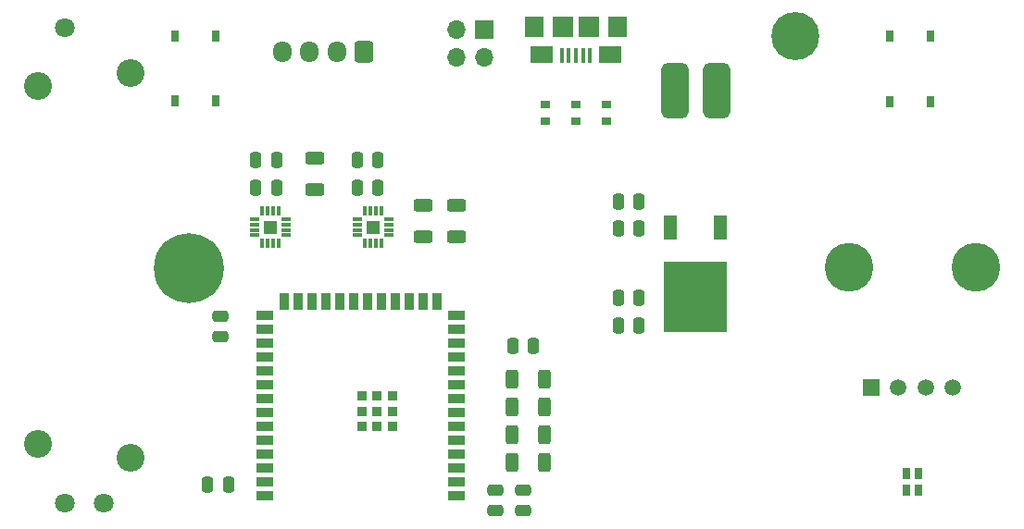
<source format=gts>
G04 #@! TF.GenerationSoftware,KiCad,Pcbnew,(6.0.9)*
G04 #@! TF.CreationDate,2023-01-08T15:26:06-05:00*
G04 #@! TF.ProjectId,v1-USMX,76312d55-534d-4582-9e6b-696361645f70,rev?*
G04 #@! TF.SameCoordinates,Original*
G04 #@! TF.FileFunction,Soldermask,Top*
G04 #@! TF.FilePolarity,Negative*
%FSLAX46Y46*%
G04 Gerber Fmt 4.6, Leading zero omitted, Abs format (unit mm)*
G04 Created by KiCad (PCBNEW (6.0.9)) date 2023-01-08 15:26:06*
%MOMM*%
%LPD*%
G01*
G04 APERTURE LIST*
G04 Aperture macros list*
%AMRoundRect*
0 Rectangle with rounded corners*
0 $1 Rounding radius*
0 $2 $3 $4 $5 $6 $7 $8 $9 X,Y pos of 4 corners*
0 Add a 4 corners polygon primitive as box body*
4,1,4,$2,$3,$4,$5,$6,$7,$8,$9,$2,$3,0*
0 Add four circle primitives for the rounded corners*
1,1,$1+$1,$2,$3*
1,1,$1+$1,$4,$5*
1,1,$1+$1,$6,$7*
1,1,$1+$1,$8,$9*
0 Add four rect primitives between the rounded corners*
20,1,$1+$1,$2,$3,$4,$5,0*
20,1,$1+$1,$4,$5,$6,$7,0*
20,1,$1+$1,$6,$7,$8,$9,0*
20,1,$1+$1,$8,$9,$2,$3,0*%
G04 Aperture macros list end*
%ADD10RoundRect,0.250000X0.250000X0.475000X-0.250000X0.475000X-0.250000X-0.475000X0.250000X-0.475000X0*%
%ADD11RoundRect,0.250000X-0.625000X0.312500X-0.625000X-0.312500X0.625000X-0.312500X0.625000X0.312500X0*%
%ADD12R,0.400000X1.350000*%
%ADD13R,2.100000X1.600000*%
%ADD14R,1.800000X1.900000*%
%ADD15R,1.900000X1.900000*%
%ADD16R,0.850000X0.300000*%
%ADD17R,0.300000X0.850000*%
%ADD18R,1.250000X1.250000*%
%ADD19R,1.500000X0.900000*%
%ADD20R,0.900000X1.500000*%
%ADD21R,0.900000X0.900000*%
%ADD22RoundRect,0.250000X0.475000X-0.250000X0.475000X0.250000X-0.475000X0.250000X-0.475000X-0.250000X0*%
%ADD23C,1.800000*%
%ADD24C,2.550000*%
%ADD25RoundRect,0.635000X0.635000X-1.905000X0.635000X1.905000X-0.635000X1.905000X-0.635000X-1.905000X0*%
%ADD26RoundRect,0.250000X-0.250000X-0.475000X0.250000X-0.475000X0.250000X0.475000X-0.250000X0.475000X0*%
%ADD27R,0.700000X1.000000*%
%ADD28C,4.400000*%
%ADD29RoundRect,0.250000X0.312500X0.625000X-0.312500X0.625000X-0.312500X-0.625000X0.312500X-0.625000X0*%
%ADD30R,0.950000X0.800000*%
%ADD31R,1.500000X1.500000*%
%ADD32C,1.500000*%
%ADD33C,4.455000*%
%ADD34RoundRect,0.250000X-0.312500X-0.625000X0.312500X-0.625000X0.312500X0.625000X-0.312500X0.625000X0*%
%ADD35RoundRect,0.250000X-0.475000X0.250000X-0.475000X-0.250000X0.475000X-0.250000X0.475000X0.250000X0*%
%ADD36R,1.200000X2.200000*%
%ADD37R,5.800000X6.400000*%
%ADD38R,1.700000X1.700000*%
%ADD39O,1.700000X1.700000*%
%ADD40RoundRect,0.250000X0.600000X0.725000X-0.600000X0.725000X-0.600000X-0.725000X0.600000X-0.725000X0*%
%ADD41O,1.700000X1.950000*%
%ADD42C,6.400000*%
%ADD43R,0.800000X1.000000*%
G04 APERTURE END LIST*
D10*
X155890000Y-100965000D03*
X153990000Y-100965000D03*
D11*
X126238000Y-94549500D03*
X126238000Y-97474500D03*
D12*
X151404000Y-85205600D03*
X150754000Y-85205600D03*
X150104000Y-85205600D03*
X149454000Y-85205600D03*
X148804000Y-85205600D03*
D13*
X153204000Y-85080600D03*
X147004000Y-85080600D03*
D14*
X153904000Y-82530600D03*
X146304000Y-82530600D03*
D15*
X151304000Y-82530600D03*
X148904000Y-82530600D03*
D16*
X133000000Y-101634000D03*
X133000000Y-101134000D03*
X133000000Y-100634000D03*
X133000000Y-100134000D03*
D17*
X132300000Y-99434000D03*
X131800000Y-99434000D03*
X131300000Y-99434000D03*
X130800000Y-99434000D03*
D16*
X130100000Y-100134000D03*
X130100000Y-100634000D03*
X130100000Y-101134000D03*
X130100000Y-101634000D03*
D17*
X130800000Y-102334000D03*
X131300000Y-102334000D03*
X131800000Y-102334000D03*
X132300000Y-102334000D03*
D18*
X131550000Y-100884000D03*
D19*
X139170000Y-125476000D03*
X139170000Y-124206000D03*
X139170000Y-122936000D03*
X139170000Y-121666000D03*
X139170000Y-120396000D03*
X139170000Y-119126000D03*
X139170000Y-117856000D03*
X139170000Y-116586000D03*
X139170000Y-115316000D03*
X139170000Y-114046000D03*
X139170000Y-112776000D03*
X139170000Y-111506000D03*
X139170000Y-110236000D03*
X139170000Y-108966000D03*
D20*
X137405000Y-107716000D03*
X136135000Y-107716000D03*
X134865000Y-107716000D03*
X133595000Y-107716000D03*
X132325000Y-107716000D03*
X131055000Y-107716000D03*
X129785000Y-107716000D03*
X128515000Y-107716000D03*
X127245000Y-107716000D03*
X125975000Y-107716000D03*
X124705000Y-107716000D03*
X123435000Y-107716000D03*
D19*
X121670000Y-108966000D03*
X121670000Y-110236000D03*
X121670000Y-111506000D03*
X121670000Y-112776000D03*
X121670000Y-114046000D03*
X121670000Y-115316000D03*
X121670000Y-116586000D03*
X121670000Y-117856000D03*
X121670000Y-119126000D03*
X121670000Y-120396000D03*
X121670000Y-121666000D03*
X121670000Y-122936000D03*
X121670000Y-124206000D03*
X121670000Y-125476000D03*
D21*
X131920000Y-117756000D03*
X133320000Y-116356000D03*
X130520000Y-119156000D03*
X130520000Y-116356000D03*
X130520000Y-117756000D03*
X133320000Y-119156000D03*
X131920000Y-116356000D03*
X131920000Y-119156000D03*
X133320000Y-117756000D03*
D22*
X117602000Y-110932000D03*
X117602000Y-109032000D03*
D10*
X155890000Y-109855000D03*
X153990000Y-109855000D03*
D11*
X136122000Y-98847500D03*
X136122000Y-101772500D03*
D23*
X103406000Y-126123000D03*
X106906000Y-126123000D03*
X103406000Y-82623000D03*
D24*
X100956000Y-120773000D03*
X100956000Y-87973000D03*
X109356000Y-121973000D03*
X109356000Y-86773000D03*
D25*
X159131000Y-88392000D03*
X162941000Y-88392000D03*
D10*
X155890000Y-107315000D03*
X153990000Y-107315000D03*
D11*
X139170000Y-98847500D03*
X139170000Y-101772500D03*
D26*
X130092000Y-97262000D03*
X131992000Y-97262000D03*
D27*
X113466000Y-89360000D03*
X113466000Y-83360000D03*
X117166000Y-89360000D03*
X117166000Y-83360000D03*
D10*
X118342000Y-124460000D03*
X116442000Y-124460000D03*
X122757000Y-94722000D03*
X120857000Y-94722000D03*
D28*
X170180000Y-83413600D03*
D27*
X178825000Y-89375000D03*
X178825000Y-83375000D03*
X182525000Y-89375000D03*
X182525000Y-83375000D03*
D16*
X123606000Y-101634000D03*
X123606000Y-101134000D03*
X123606000Y-100634000D03*
X123606000Y-100134000D03*
D17*
X122906000Y-99434000D03*
X122406000Y-99434000D03*
X121906000Y-99434000D03*
X121406000Y-99434000D03*
D16*
X120706000Y-100134000D03*
X120706000Y-100634000D03*
X120706000Y-101134000D03*
X120706000Y-101634000D03*
D17*
X121406000Y-102334000D03*
X121906000Y-102334000D03*
X122406000Y-102334000D03*
X122906000Y-102334000D03*
D18*
X122156000Y-100884000D03*
D29*
X147236500Y-122428000D03*
X144311500Y-122428000D03*
D30*
X147320000Y-89624000D03*
X147320000Y-91224000D03*
D10*
X122757000Y-97262000D03*
X120857000Y-97262000D03*
D31*
X177098000Y-115563000D03*
D32*
X179598000Y-115563000D03*
X182098000Y-115563000D03*
X184598000Y-115563000D03*
D33*
X175048000Y-104563000D03*
X186648000Y-104563000D03*
D34*
X144311500Y-117348000D03*
X147236500Y-117348000D03*
D35*
X145266000Y-124968000D03*
X145266000Y-126868000D03*
D36*
X163316000Y-100956000D03*
D37*
X161036000Y-107256000D03*
D36*
X158756000Y-100956000D03*
D38*
X141732000Y-82804000D03*
D39*
X141732000Y-85344000D03*
X139192000Y-82804000D03*
X139192000Y-85344000D03*
D30*
X152908000Y-89624000D03*
X152908000Y-91224000D03*
D26*
X130092000Y-94722000D03*
X131992000Y-94722000D03*
D10*
X146238000Y-111760000D03*
X144338000Y-111760000D03*
D40*
X130750000Y-84853000D03*
D41*
X128250000Y-84853000D03*
X125750000Y-84853000D03*
X123250000Y-84853000D03*
D42*
X114724720Y-104648000D03*
D35*
X142726000Y-124968000D03*
X142726000Y-126868000D03*
D34*
X144311500Y-114808000D03*
X147236500Y-114808000D03*
D10*
X155890000Y-98552000D03*
X153990000Y-98552000D03*
D30*
X150104000Y-89624000D03*
X150104000Y-91224000D03*
D34*
X144311500Y-119888000D03*
X147236500Y-119888000D03*
D43*
X181398000Y-123456000D03*
X181398000Y-124956000D03*
X180298000Y-124956000D03*
X180298000Y-123456000D03*
M02*

</source>
